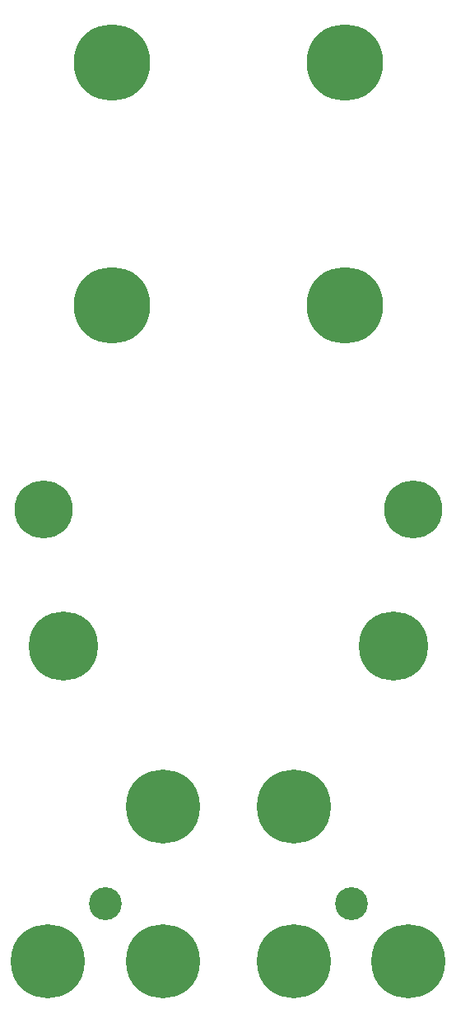
<source format=gbr>
G04 #@! TF.GenerationSoftware,KiCad,Pcbnew,(5.1.4-0-10_14)*
G04 #@! TF.CreationDate,2019-08-29T11:40:13-07:00*
G04 #@! TF.ProjectId,fp-dd-dev1,66702d64-642d-4646-9576-312e6b696361,rev?*
G04 #@! TF.SameCoordinates,PXffeced30PY931840*
G04 #@! TF.FileFunction,Soldermask,Top*
G04 #@! TF.FilePolarity,Negative*
%FSLAX46Y46*%
G04 Gerber Fmt 4.6, Leading zero omitted, Abs format (unit mm)*
G04 Created by KiCad (PCBNEW (5.1.4-0-10_14)) date 2019-08-29 11:40:13*
%MOMM*%
%LPD*%
G04 APERTURE LIST*
%ADD10C,7.620000*%
%ADD11C,7.874000*%
%ADD12C,3.378200*%
%ADD13C,7.112000*%
%ADD14C,5.969000*%
G04 APERTURE END LIST*
D10*
X6700000Y17140000D03*
X43800000Y17140000D03*
D11*
X13250000Y109640000D03*
D12*
X37900000Y23140000D03*
X12600000Y23140000D03*
D10*
X18500000Y17140000D03*
X32000000Y17190000D03*
X18500000Y33090000D03*
X32000000Y33090000D03*
D11*
X13250000Y84640000D03*
D13*
X8250000Y49640000D03*
D11*
X37250000Y109640000D03*
X37250000Y84640000D03*
D13*
X42250000Y49640000D03*
D14*
X6250000Y63640000D03*
X44250000Y63640000D03*
M02*

</source>
